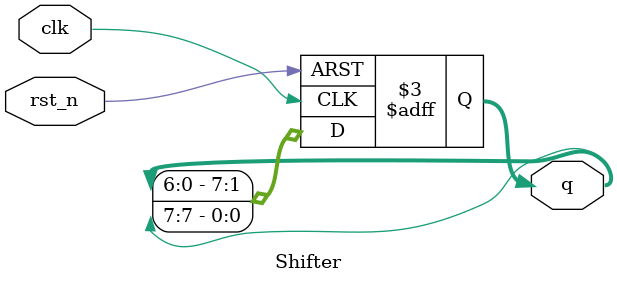
<source format=v>
`timescale 1ns / 1ps

`define BIT_WIDTH 8

module Shifter(
    q,// output
    clk,//global clock
    rst_n//active low reset
    );
output [`BIT_WIDTH-1:0] q;// output
input clk;//global clock
input rst_n;//active low reset  
reg[`BIT_WIDTH-1:0]q; //output
    
  //Sequential logics: Flip flops
  always @(posedge clk or negedge rst_n)
  if(~rst_n)
  begin
  q<=`BIT_WIDTH'b01010101;
  end
  else
  begin
  q[0]<=q[7];
  q[1]<=q[0];
  q[2]<=q[1];
  q[3]<=q[2];
  q[4]<=q[3];
  q[5]<=q[4];
  q[6]<=q[5];
  q[7]<=q[6];
  end
endmodule


</source>
